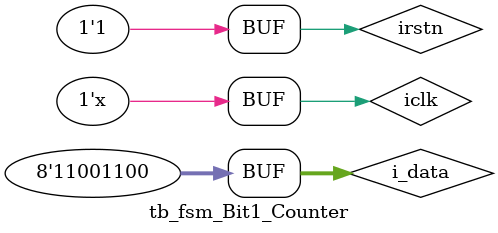
<source format=v>
`timescale 1ns/10ps

module tb_fsm_Bit1_Counter;

reg iclk, irstn, i_load;
reg 	[7:0] i_data;
wire 	[3:0] o_bit_cnt;
wire o_ready;

fsm_Bit1_Counter	U1 (.iclk(iclk), .irstn(irstn), .i_load(i_load), .i_data(i_data), .o_bit_cnt(o_bit_cnt), .o_ready(o_ready) );

initial begin iclk=0; end
always #(50) begin iclk <= ~iclk; end

always @(posedge iclk) begin
	if(o_ready)	begin i_load <= 1; end
	else		begin i_load <= 0; end
end

initial begin
	irstn = 0;
	i_load = 0;
	i_data = 8'b0000_0000;
	#(50) i_data = 8'b0101_1111;
	#(50) irstn = 1;
end

initial begin
	#(350) i_data = 8'b1110_1110;
	#(140) i_data = 8'b1111_0010;
	#(500) i_data = 8'b1100_1100;
end

parameter IDLE 	= 1'b0,
	  COUNT = 1'b1;

// synopsys translate_off

reg [15*8-1:0] C_STATE;
reg [15*8-1:0] N_STATE;

always @(*) begin
	case(tb_fsm_Bit1_Counter.U1.n_state)
		IDLE	: N_STATE <= "IDLE";
		COUNT	: N_STATE <= "COUNT";
		default : N_STATE <= "DEFAULT";
	endcase
end

always @(*) begin
	case(tb_fsm_Bit1_Counter.U1.c_state)
		IDLE	: C_STATE <= "IDLE";
		COUNT	: C_STATE <= "COUNT";
		default : C_STATE <= "DEFAULT";
	endcase
end
// synopsys translate_on
endmodule


</source>
